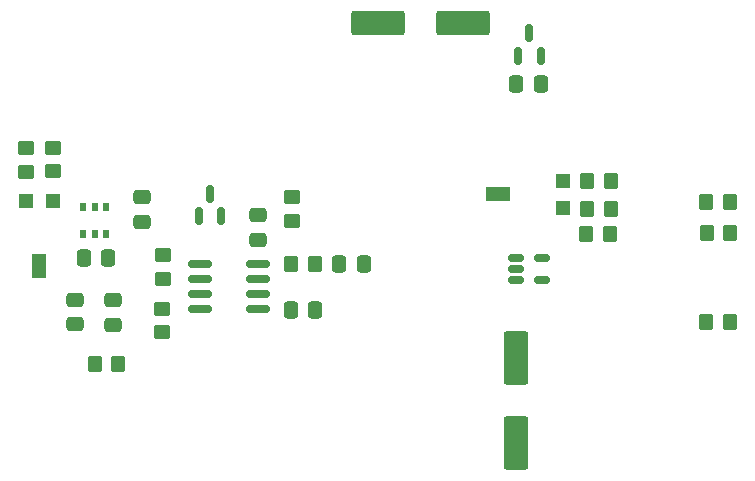
<source format=gbr>
%TF.GenerationSoftware,KiCad,Pcbnew,8.0.7*%
%TF.CreationDate,2025-02-17T10:06:15+01:00*%
%TF.ProjectId,Mail-box,4d61696c-2d62-46f7-982e-6b696361645f,rev?*%
%TF.SameCoordinates,Original*%
%TF.FileFunction,Paste,Top*%
%TF.FilePolarity,Positive*%
%FSLAX46Y46*%
G04 Gerber Fmt 4.6, Leading zero omitted, Abs format (unit mm)*
G04 Created by KiCad (PCBNEW 8.0.7) date 2025-02-17 10:06:15*
%MOMM*%
%LPD*%
G01*
G04 APERTURE LIST*
G04 Aperture macros list*
%AMRoundRect*
0 Rectangle with rounded corners*
0 $1 Rounding radius*
0 $2 $3 $4 $5 $6 $7 $8 $9 X,Y pos of 4 corners*
0 Add a 4 corners polygon primitive as box body*
4,1,4,$2,$3,$4,$5,$6,$7,$8,$9,$2,$3,0*
0 Add four circle primitives for the rounded corners*
1,1,$1+$1,$2,$3*
1,1,$1+$1,$4,$5*
1,1,$1+$1,$6,$7*
1,1,$1+$1,$8,$9*
0 Add four rect primitives between the rounded corners*
20,1,$1+$1,$2,$3,$4,$5,0*
20,1,$1+$1,$4,$5,$6,$7,0*
20,1,$1+$1,$6,$7,$8,$9,0*
20,1,$1+$1,$8,$9,$2,$3,0*%
G04 Aperture macros list end*
%ADD10RoundRect,0.250001X1.999999X0.799999X-1.999999X0.799999X-1.999999X-0.799999X1.999999X-0.799999X0*%
%ADD11RoundRect,0.250000X0.450000X-0.350000X0.450000X0.350000X-0.450000X0.350000X-0.450000X-0.350000X0*%
%ADD12RoundRect,0.250000X-0.450000X0.350000X-0.450000X-0.350000X0.450000X-0.350000X0.450000X0.350000X0*%
%ADD13RoundRect,0.250000X-0.337500X-0.475000X0.337500X-0.475000X0.337500X0.475000X-0.337500X0.475000X0*%
%ADD14RoundRect,0.150000X0.150000X-0.587500X0.150000X0.587500X-0.150000X0.587500X-0.150000X-0.587500X0*%
%ADD15RoundRect,0.250000X0.475000X-0.337500X0.475000X0.337500X-0.475000X0.337500X-0.475000X-0.337500X0*%
%ADD16RoundRect,0.150000X-0.825000X-0.150000X0.825000X-0.150000X0.825000X0.150000X-0.825000X0.150000X0*%
%ADD17RoundRect,0.250000X0.337500X0.475000X-0.337500X0.475000X-0.337500X-0.475000X0.337500X-0.475000X0*%
%ADD18RoundRect,0.150000X-0.512500X-0.150000X0.512500X-0.150000X0.512500X0.150000X-0.512500X0.150000X0*%
%ADD19RoundRect,0.250000X-0.350000X-0.450000X0.350000X-0.450000X0.350000X0.450000X-0.350000X0.450000X0*%
%ADD20RoundRect,0.250000X0.350000X0.450000X-0.350000X0.450000X-0.350000X-0.450000X0.350000X-0.450000X0*%
%ADD21R,1.300000X1.300000*%
%ADD22R,1.300000X2.000000*%
%ADD23R,0.510000X0.700000*%
%ADD24R,2.000000X1.300000*%
%ADD25RoundRect,0.250001X-0.799999X1.999999X-0.799999X-1.999999X0.799999X-1.999999X0.799999X1.999999X0*%
G04 APERTURE END LIST*
D10*
%TO.C,C7*%
X117970000Y-76570000D03*
X110770000Y-76570000D03*
%TD*%
D11*
%TO.C,R9*%
X92470000Y-102720000D03*
X92470000Y-100720000D03*
%TD*%
D12*
%TO.C,R1*%
X81010000Y-87160000D03*
X81010000Y-89160000D03*
%TD*%
D13*
%TO.C,C9*%
X85852500Y-96400000D03*
X87927500Y-96400000D03*
%TD*%
D14*
%TO.C,Q2*%
X122650000Y-79297500D03*
X124550000Y-79297500D03*
X123600000Y-77422500D03*
%TD*%
D15*
%TO.C,C4*%
X100610000Y-94897500D03*
X100610000Y-92822500D03*
%TD*%
D16*
%TO.C,U2*%
X95680000Y-96950000D03*
X95680000Y-98220000D03*
X95680000Y-99490000D03*
X95680000Y-100760000D03*
X100630000Y-100760000D03*
X100630000Y-99490000D03*
X100630000Y-98220000D03*
X100630000Y-96950000D03*
%TD*%
D17*
%TO.C,C6*%
X124567500Y-81690000D03*
X122492500Y-81690000D03*
%TD*%
D18*
%TO.C,U4*%
X122425000Y-96400000D03*
X122425000Y-97350000D03*
X122425000Y-98300000D03*
X124700000Y-98300000D03*
X124700000Y-96400000D03*
%TD*%
D19*
%TO.C,R11*%
X103450000Y-96940000D03*
X105450000Y-96940000D03*
%TD*%
D15*
%TO.C,C1*%
X85140000Y-102047500D03*
X85140000Y-99972500D03*
%TD*%
%TO.C,C2*%
X88320000Y-102087500D03*
X88320000Y-100012500D03*
%TD*%
D20*
%TO.C,R7*%
X140620000Y-94300000D03*
X138620000Y-94300000D03*
%TD*%
%TO.C,R6*%
X88800000Y-105400000D03*
X86800000Y-105400000D03*
%TD*%
%TO.C,R3*%
X130420000Y-94380000D03*
X128420000Y-94380000D03*
%TD*%
D19*
%TO.C,R13*%
X138590000Y-101820000D03*
X140590000Y-101820000D03*
%TD*%
%TO.C,R10*%
X138580000Y-91710000D03*
X140580000Y-91710000D03*
%TD*%
D20*
%TO.C,R14*%
X130490000Y-89940000D03*
X128490000Y-89940000D03*
%TD*%
D21*
%TO.C,RV1*%
X80950000Y-91630000D03*
D22*
X82100000Y-97130000D03*
D21*
X83250000Y-91630000D03*
%TD*%
D15*
%TO.C,C10*%
X90800000Y-93367500D03*
X90800000Y-91292500D03*
%TD*%
D12*
%TO.C,R8*%
X92590000Y-96210000D03*
X92590000Y-98210000D03*
%TD*%
D13*
%TO.C,C5*%
X107492500Y-96960000D03*
X109567500Y-96960000D03*
%TD*%
%TO.C,C3*%
X103412500Y-100860000D03*
X105487500Y-100860000D03*
%TD*%
D11*
%TO.C,R2*%
X83250000Y-89090000D03*
X83250000Y-87090000D03*
%TD*%
D23*
%TO.C,U1*%
X87730000Y-92120000D03*
X86780000Y-92120000D03*
X85830000Y-92120000D03*
X85830000Y-94440000D03*
X86780000Y-94440000D03*
X87730000Y-94440000D03*
%TD*%
D11*
%TO.C,R12*%
X103500000Y-93280000D03*
X103500000Y-91280000D03*
%TD*%
D21*
%TO.C,RV2*%
X126470000Y-89880000D03*
D24*
X120970000Y-91030000D03*
D21*
X126470000Y-92180000D03*
%TD*%
D14*
%TO.C,Q1*%
X95617500Y-92887500D03*
X97517500Y-92887500D03*
X96567500Y-91012500D03*
%TD*%
D25*
%TO.C,C8*%
X122500000Y-104900000D03*
X122500000Y-112100000D03*
%TD*%
D19*
%TO.C,R15*%
X128470000Y-92260000D03*
X130470000Y-92260000D03*
%TD*%
M02*

</source>
